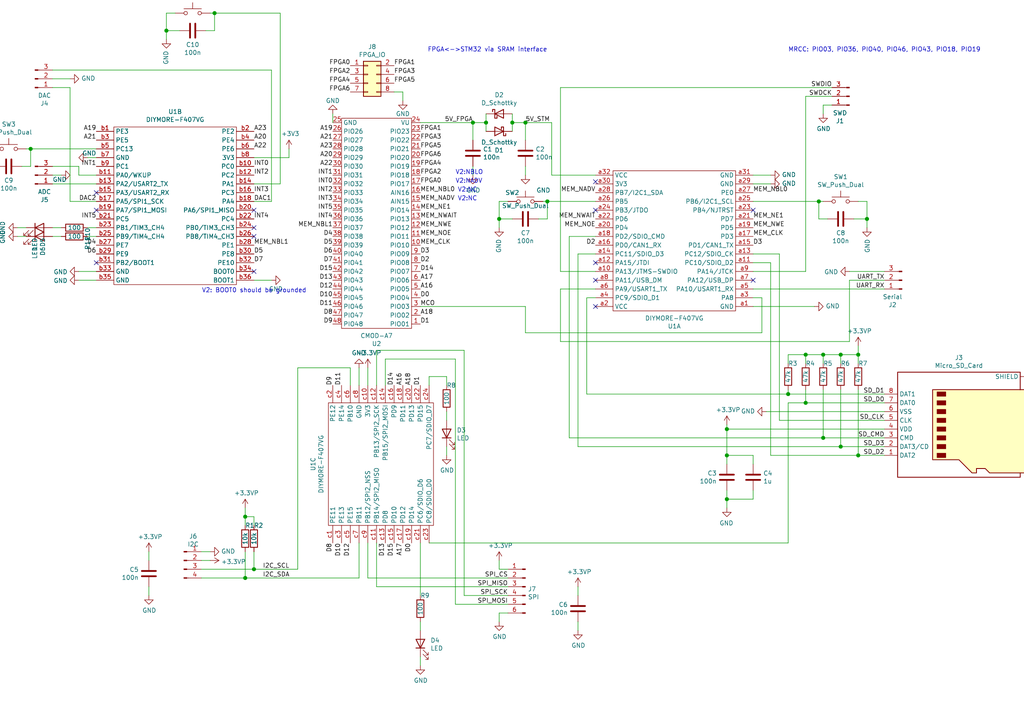
<source format=kicad_sch>
(kicad_sch (version 20200714) (host eeschema "(5.99.0-2900-g9cda3dbff)")
  (page 1 1)
  (paper "A4")
  (junction (at -5.08 48.26) (diameter 1.016))
  (junction (at 8.89 43.18) (diameter 1.016))
  (junction (at 48.26 8.89) (diameter 1.016))
  (junction (at 62.23 3.81) (diameter 1.016))
  (junction (at 71.12 149.86) (diameter 1.016))
  (junction (at 71.12 167.64) (diameter 1.016))
  (junction (at 73.66 165.1) (diameter 1.016))
  (junction (at 137.16 35.56) (diameter 1.016))
  (junction (at 140.97 35.56) (diameter 1.016))
  (junction (at 144.78 63.5) (diameter 1.016))
  (junction (at 148.59 35.56) (diameter 1.016))
  (junction (at 152.4 35.56) (diameter 1.016))
  (junction (at 158.75 58.42) (diameter 1.016))
  (junction (at 210.82 124.46) (diameter 1.016))
  (junction (at 210.82 132.08) (diameter 1.016))
  (junction (at 210.82 144.78) (diameter 1.016))
  (junction (at 228.6 114.3) (diameter 1.016))
  (junction (at 233.68 102.87) (diameter 1.016))
  (junction (at 233.68 116.84) (diameter 1.016))
  (junction (at 237.49 58.42) (diameter 1.016))
  (junction (at 238.76 102.87) (diameter 1.016))
  (junction (at 238.76 127) (diameter 1.016))
  (junction (at 243.84 102.87) (diameter 1.016))
  (junction (at 243.84 129.54) (diameter 1.016))
  (junction (at 248.92 102.87) (diameter 1.016))
  (junction (at 248.92 132.08) (diameter 1.016))
  (junction (at 251.46 63.5) (diameter 1.016))
  (no_connect (at 218.44 81.28))
  (no_connect (at 172.72 76.2))
  (no_connect (at 27.94 60.96))
  (no_connect (at 172.72 60.96))
  (no_connect (at 27.94 76.2))
  (no_connect (at 172.72 81.28))
  (no_connect (at 73.66 66.04))
  (no_connect (at 218.44 60.96))
  (no_connect (at 172.72 52.705))
  (no_connect (at 27.94 55.88))
  (no_connect (at 73.66 68.58))
  (no_connect (at 73.66 60.96))
  (no_connect (at 73.66 78.74))
  (no_connect (at 172.72 88.9))
  (wire (pts (xy -5.08 43.18) (xy -2.54 43.18)))
  (wire (pts (xy -5.08 48.26) (xy -5.08 43.18)))
  (wire (pts (xy -5.08 48.26) (xy -5.08 50.8)))
  (wire (pts (xy -1.27 48.26) (xy -5.08 48.26)))
  (wire (pts (xy 6.35 48.26) (xy 8.89 48.26)))
  (wire (pts (xy 7.62 66.04) (xy 5.08 66.04)))
  (wire (pts (xy 7.62 68.58) (xy 5.08 68.58)))
  (wire (pts (xy 8.89 43.18) (xy 7.62 43.18)))
  (wire (pts (xy 8.89 48.26) (xy 8.89 43.18)))
  (wire (pts (xy 15.24 20.32) (xy 78.74 20.32)))
  (wire (pts (xy 15.24 48.26) (xy 22.86 48.26)))
  (wire (pts (xy 15.24 53.34) (xy 27.94 53.34)))
  (wire (pts (xy 17.78 50.8) (xy 15.24 50.8)))
  (wire (pts (xy 17.78 66.04) (xy 15.24 66.04)))
  (wire (pts (xy 17.78 68.58) (xy 15.24 68.58)))
  (wire (pts (xy 20.32 22.86) (xy 15.24 22.86)))
  (wire (pts (xy 20.32 25.4) (xy 15.24 25.4)))
  (wire (pts (xy 20.32 58.42) (xy 20.32 25.4)))
  (wire (pts (xy 22.86 48.26) (xy 22.86 50.8)))
  (wire (pts (xy 22.86 50.8) (xy 27.94 50.8)))
  (wire (pts (xy 22.86 78.74) (xy 27.94 78.74)))
  (wire (pts (xy 22.86 81.28) (xy 27.94 81.28)))
  (wire (pts (xy 25.4 45.72) (xy 27.94 45.72)))
  (wire (pts (xy 25.4 66.04) (xy 27.94 66.04)))
  (wire (pts (xy 25.4 68.58) (xy 27.94 68.58)))
  (wire (pts (xy 27.94 43.18) (xy 8.89 43.18)))
  (wire (pts (xy 27.94 58.42) (xy 20.32 58.42)))
  (wire (pts (xy 43.18 160.02) (xy 43.18 162.56)))
  (wire (pts (xy 43.18 170.18) (xy 43.18 172.72)))
  (wire (pts (xy 48.26 3.81) (xy 50.8 3.81)))
  (wire (pts (xy 48.26 8.89) (xy 48.26 3.81)))
  (wire (pts (xy 48.26 8.89) (xy 48.26 11.43)))
  (wire (pts (xy 52.07 8.89) (xy 48.26 8.89)))
  (wire (pts (xy 58.42 160.02) (xy 60.96 160.02)))
  (wire (pts (xy 58.42 162.56) (xy 60.96 162.56)))
  (wire (pts (xy 58.42 165.1) (xy 73.66 165.1)))
  (wire (pts (xy 58.42 167.64) (xy 71.12 167.64)))
  (wire (pts (xy 59.69 8.89) (xy 62.23 8.89)))
  (wire (pts (xy 62.23 3.81) (xy 60.96 3.81)))
  (wire (pts (xy 62.23 8.89) (xy 62.23 3.81)))
  (wire (pts (xy 71.12 147.32) (xy 71.12 149.86)))
  (wire (pts (xy 71.12 149.86) (xy 71.12 152.4)))
  (wire (pts (xy 71.12 149.86) (xy 73.66 149.86)))
  (wire (pts (xy 71.12 160.02) (xy 71.12 167.64)))
  (wire (pts (xy 71.12 167.64) (xy 104.14 167.64)))
  (wire (pts (xy 73.66 45.72) (xy 83.82 45.72)))
  (wire (pts (xy 73.66 53.34) (xy 81.28 53.34)))
  (wire (pts (xy 73.66 149.86) (xy 73.66 152.4)))
  (wire (pts (xy 73.66 160.02) (xy 73.66 165.1)))
  (wire (pts (xy 73.66 165.1) (xy 86.36 165.1)))
  (wire (pts (xy 78.74 20.32) (xy 78.74 58.42)))
  (wire (pts (xy 78.74 58.42) (xy 73.66 58.42)))
  (wire (pts (xy 78.74 81.28) (xy 73.66 81.28)))
  (wire (pts (xy 81.28 3.81) (xy 62.23 3.81)))
  (wire (pts (xy 81.28 3.81) (xy 81.28 53.34)))
  (wire (pts (xy 83.82 43.18) (xy 83.82 45.72)))
  (wire (pts (xy 86.36 106.68) (xy 101.6 106.68)))
  (wire (pts (xy 86.36 165.1) (xy 86.36 106.68)))
  (wire (pts (xy 96.52 35.56) (xy 96.52 33.02)))
  (wire (pts (xy 101.6 106.68) (xy 101.6 111.76)))
  (wire (pts (xy 104.14 106.68) (xy 104.14 111.76)))
  (wire (pts (xy 104.14 167.64) (xy 104.14 157.48)))
  (wire (pts (xy 106.68 106.68) (xy 106.68 111.76)))
  (wire (pts (xy 106.68 167.64) (xy 106.68 157.48)))
  (wire (pts (xy 109.22 101.6) (xy 109.22 111.76)))
  (wire (pts (xy 109.22 170.18) (xy 109.22 157.48)))
  (wire (pts (xy 111.76 104.14) (xy 132.08 104.14)))
  (wire (pts (xy 111.76 111.76) (xy 111.76 104.14)))
  (wire (pts (xy 116.84 26.67) (xy 114.3 26.67)))
  (wire (pts (xy 116.84 29.21) (xy 116.84 26.67)))
  (wire (pts (xy 121.92 35.56) (xy 137.16 35.56)))
  (wire (pts (xy 121.92 88.9) (xy 152.4 88.9)))
  (wire (pts (xy 121.92 157.48) (xy 121.92 172.72)))
  (wire (pts (xy 121.92 180.34) (xy 121.92 182.88)))
  (wire (pts (xy 121.92 190.5) (xy 121.92 193.04)))
  (wire (pts (xy 124.46 109.22) (xy 129.54 109.22)))
  (wire (pts (xy 124.46 111.76) (xy 124.46 109.22)))
  (wire (pts (xy 124.46 157.48) (xy 228.6 157.48)))
  (wire (pts (xy 129.54 109.22) (xy 129.54 111.76)))
  (wire (pts (xy 129.54 119.38) (xy 129.54 121.92)))
  (wire (pts (xy 129.54 129.54) (xy 129.54 132.08)))
  (wire (pts (xy 132.08 104.14) (xy 132.08 175.26)))
  (wire (pts (xy 132.08 175.26) (xy 147.32 175.26)))
  (wire (pts (xy 134.62 101.6) (xy 109.22 101.6)))
  (wire (pts (xy 134.62 172.72) (xy 134.62 101.6)))
  (wire (pts (xy 137.16 35.56) (xy 137.16 40.64)))
  (wire (pts (xy 137.16 35.56) (xy 140.97 35.56)))
  (wire (pts (xy 137.16 48.26) (xy 137.16 50.8)))
  (wire (pts (xy 140.97 35.56) (xy 140.97 33.02)))
  (wire (pts (xy 140.97 38.1) (xy 140.97 35.56)))
  (wire (pts (xy 144.78 58.42) (xy 147.32 58.42)))
  (wire (pts (xy 144.78 63.5) (xy 144.78 58.42)))
  (wire (pts (xy 144.78 63.5) (xy 144.78 66.04)))
  (wire (pts (xy 144.78 162.56) (xy 144.78 165.1)))
  (wire (pts (xy 144.78 165.1) (xy 147.32 165.1)))
  (wire (pts (xy 144.78 177.8) (xy 147.32 177.8)))
  (wire (pts (xy 144.78 180.34) (xy 144.78 177.8)))
  (wire (pts (xy 147.32 167.64) (xy 106.68 167.64)))
  (wire (pts (xy 147.32 170.18) (xy 109.22 170.18)))
  (wire (pts (xy 147.32 172.72) (xy 134.62 172.72)))
  (wire (pts (xy 148.59 33.02) (xy 148.59 35.56)))
  (wire (pts (xy 148.59 35.56) (xy 152.4 35.56)))
  (wire (pts (xy 148.59 38.1) (xy 148.59 35.56)))
  (wire (pts (xy 148.59 63.5) (xy 144.78 63.5)))
  (wire (pts (xy 152.4 35.56) (xy 152.4 40.64)))
  (wire (pts (xy 152.4 48.26) (xy 152.4 50.8)))
  (wire (pts (xy 152.4 88.9) (xy 152.4 96.52)))
  (wire (pts (xy 152.4 96.52) (xy 220.98 96.52)))
  (wire (pts (xy 156.21 63.5) (xy 158.75 63.5)))
  (wire (pts (xy 158.75 58.42) (xy 157.48 58.42)))
  (wire (pts (xy 158.75 63.5) (xy 158.75 58.42)))
  (wire (pts (xy 160.02 35.56) (xy 152.4 35.56)))
  (wire (pts (xy 160.02 50.8) (xy 160.02 35.56)))
  (wire (pts (xy 160.02 50.8) (xy 172.72 50.8)))
  (wire (pts (xy 162.56 25.4) (xy 241.3 25.4)))
  (wire (pts (xy 162.56 78.74) (xy 162.56 25.4)))
  (wire (pts (xy 162.56 99.06) (xy 162.56 83.82)))
  (wire (pts (xy 165.1 68.58) (xy 165.1 127)))
  (wire (pts (xy 165.1 127) (xy 238.76 127)))
  (wire (pts (xy 167.64 73.66) (xy 167.64 129.54)))
  (wire (pts (xy 167.64 129.54) (xy 243.84 129.54)))
  (wire (pts (xy 167.64 170.18) (xy 167.64 172.72)))
  (wire (pts (xy 167.64 180.34) (xy 167.64 182.88)))
  (wire (pts (xy 170.18 86.36) (xy 170.18 114.3)))
  (wire (pts (xy 170.18 114.3) (xy 228.6 114.3)))
  (wire (pts (xy 172.72 58.42) (xy 158.75 58.42)))
  (wire (pts (xy 172.72 68.58) (xy 165.1 68.58)))
  (wire (pts (xy 172.72 73.66) (xy 167.64 73.66)))
  (wire (pts (xy 172.72 78.74) (xy 162.56 78.74)))
  (wire (pts (xy 172.72 83.82) (xy 162.56 83.82)))
  (wire (pts (xy 172.72 86.36) (xy 170.18 86.36)))
  (wire (pts (xy 210.82 123.19) (xy 210.82 124.46)))
  (wire (pts (xy 210.82 124.46) (xy 210.82 132.08)))
  (wire (pts (xy 210.82 124.46) (xy 256.54 124.46)))
  (wire (pts (xy 210.82 132.08) (xy 210.82 134.62)))
  (wire (pts (xy 210.82 142.24) (xy 210.82 144.78)))
  (wire (pts (xy 210.82 144.78) (xy 210.82 147.32)))
  (wire (pts (xy 210.82 144.78) (xy 218.44 144.78)))
  (wire (pts (xy 218.44 58.42) (xy 237.49 58.42)))
  (wire (pts (xy 218.44 76.2) (xy 223.52 76.2)))
  (wire (pts (xy 218.44 78.74) (xy 233.68 78.74)))
  (wire (pts (xy 218.44 83.82) (xy 256.54 83.82)))
  (wire (pts (xy 218.44 132.08) (xy 210.82 132.08)))
  (wire (pts (xy 218.44 134.62) (xy 218.44 132.08)))
  (wire (pts (xy 218.44 144.78) (xy 218.44 142.24)))
  (wire (pts (xy 220.98 86.36) (xy 218.44 86.36)))
  (wire (pts (xy 220.98 96.52) (xy 220.98 86.36)))
  (wire (pts (xy 222.25 119.38) (xy 256.54 119.38)))
  (wire (pts (xy 223.52 50.8) (xy 218.44 50.8)))
  (wire (pts (xy 223.52 53.34) (xy 218.44 53.34)))
  (wire (pts (xy 223.52 76.2) (xy 223.52 132.08)))
  (wire (pts (xy 223.52 132.08) (xy 248.92 132.08)))
  (wire (pts (xy 226.06 73.66) (xy 218.44 73.66)))
  (wire (pts (xy 226.06 121.92) (xy 226.06 73.66)))
  (wire (pts (xy 226.06 121.92) (xy 256.54 121.92)))
  (wire (pts (xy 228.6 102.87) (xy 233.68 102.87)))
  (wire (pts (xy 228.6 105.41) (xy 228.6 102.87)))
  (wire (pts (xy 228.6 113.03) (xy 228.6 114.3)))
  (wire (pts (xy 228.6 114.3) (xy 256.54 114.3)))
  (wire (pts (xy 228.6 116.84) (xy 233.68 116.84)))
  (wire (pts (xy 228.6 157.48) (xy 228.6 116.84)))
  (wire (pts (xy 233.68 27.94) (xy 241.3 27.94)))
  (wire (pts (xy 233.68 78.74) (xy 233.68 27.94)))
  (wire (pts (xy 233.68 102.87) (xy 233.68 105.41)))
  (wire (pts (xy 233.68 102.87) (xy 238.76 102.87)))
  (wire (pts (xy 233.68 113.03) (xy 233.68 116.84)))
  (wire (pts (xy 233.68 116.84) (xy 256.54 116.84)))
  (wire (pts (xy 236.22 88.9) (xy 218.44 88.9)))
  (wire (pts (xy 237.49 58.42) (xy 238.76 58.42)))
  (wire (pts (xy 237.49 63.5) (xy 237.49 58.42)))
  (wire (pts (xy 238.76 30.48) (xy 241.3 30.48)))
  (wire (pts (xy 238.76 33.02) (xy 238.76 30.48)))
  (wire (pts (xy 238.76 102.87) (xy 238.76 105.41)))
  (wire (pts (xy 238.76 102.87) (xy 243.84 102.87)))
  (wire (pts (xy 238.76 113.03) (xy 238.76 127)))
  (wire (pts (xy 238.76 127) (xy 256.54 127)))
  (wire (pts (xy 240.03 63.5) (xy 237.49 63.5)))
  (wire (pts (xy 243.84 102.87) (xy 243.84 105.41)))
  (wire (pts (xy 243.84 102.87) (xy 248.92 102.87)))
  (wire (pts (xy 243.84 113.03) (xy 243.84 129.54)))
  (wire (pts (xy 243.84 129.54) (xy 256.54 129.54)))
  (wire (pts (xy 246.38 78.74) (xy 256.54 78.74)))
  (wire (pts (xy 246.38 81.28) (xy 246.38 99.06)))
  (wire (pts (xy 246.38 99.06) (xy 162.56 99.06)))
  (wire (pts (xy 247.65 63.5) (xy 251.46 63.5)))
  (wire (pts (xy 248.92 100.33) (xy 248.92 102.87)))
  (wire (pts (xy 248.92 102.87) (xy 248.92 105.41)))
  (wire (pts (xy 248.92 113.03) (xy 248.92 132.08)))
  (wire (pts (xy 248.92 132.08) (xy 256.54 132.08)))
  (wire (pts (xy 251.46 58.42) (xy 248.92 58.42)))
  (wire (pts (xy 251.46 63.5) (xy 251.46 58.42)))
  (wire (pts (xy 251.46 63.5) (xy 251.46 66.04)))
  (wire (pts (xy 256.54 81.28) (xy 246.38 81.28)))
  (wire (pts (xy 299.72 109.22) (xy 302.26 109.22)))
  (text "V2: BOOT0 should be grounded" (at 88.9 85.09 180) (effects (font (size 1.27 1.27)) (justify right bottom)))
  (text "V2:NBLO" (at 132.08 50.8 0) (effects (font (size 1.27 1.27)) (justify left bottom)))
  (text "V2:NADV" (at 132.08 53.34 0) (effects (font (size 1.27 1.27)) (justify left bottom)))
  (text "V2:NC" (at 138.43 55.88 180) (effects (font (size 1.27 1.27)) (justify right bottom)))
  (text "V2:NC" (at 138.43 58.42 180) (effects (font (size 1.27 1.27)) (justify right bottom)))
  (text "FPGA<->STM32 via SRAM interface" (at 158.75 15.24 180) (effects (font (size 1.27 1.27)) (justify right bottom)))
  (text "MRCC: PIO03, PIO36, PIO40, PIO46, PIO43, PIO18, PIO19" (at 228.6 15.24 0) (effects (font (size 1.27 1.27)) (justify left bottom)))
  (label "A19" (at 27.94 38.1 180))
  (label "A21" (at 27.94 40.64 180))
  (label "INT1" (at 27.94 48.26 180))
  (label "DAC2" (at 27.94 58.42 180))
  (label "INT5" (at 27.94 63.5 180))
  (label "D4" (at 27.94 71.12 180))
  (label "D6" (at 27.94 73.66 180))
  (label "A23" (at 73.66 38.1 0))
  (label "A20" (at 73.66 40.64 0))
  (label "A22" (at 73.66 43.18 0))
  (label "INT0" (at 73.66 48.26 0))
  (label "INT2" (at 73.66 50.8 0))
  (label "INT3" (at 73.66 55.88 0))
  (label "DAC1" (at 73.66 58.42 0))
  (label "INT4" (at 73.66 63.5 0))
  (label "MEM_NBL1" (at 73.66 71.12 0))
  (label "D5" (at 73.66 73.66 0))
  (label "D7" (at 73.66 76.2 0))
  (label "I2C_SCL" (at 76.2 165.1 0))
  (label "I2C_SDA" (at 76.2 167.64 0))
  (label "A19" (at 96.52 38.1 180))
  (label "A21" (at 96.52 40.64 180))
  (label "A23" (at 96.52 43.18 180))
  (label "A20" (at 96.52 45.72 180))
  (label "A22" (at 96.52 48.26 180))
  (label "INT1" (at 96.52 50.8 180))
  (label "INT0" (at 96.52 53.34 180))
  (label "INT2" (at 96.52 55.88 180))
  (label "INT3" (at 96.52 58.42 180))
  (label "INT5" (at 96.52 60.96 180))
  (label "INT4" (at 96.52 63.5 180))
  (label "MEM_NBL1" (at 96.52 66.04 180))
  (label "D4" (at 96.52 68.58 180))
  (label "D5" (at 96.52 71.12 180))
  (label "D6" (at 96.52 73.66 180))
  (label "D7" (at 96.52 76.2 180))
  (label "D15" (at 96.52 78.74 180))
  (label "D13" (at 96.52 81.28 180))
  (label "D12" (at 96.52 83.82 180))
  (label "D10" (at 96.52 86.36 180))
  (label "D11" (at 96.52 88.9 180))
  (label "D8" (at 96.52 91.44 180))
  (label "D9" (at 96.52 93.98 180))
  (label "D9" (at 96.52 111.76 90))
  (label "D8" (at 96.52 157.48 270))
  (label "D11" (at 99.06 111.76 90))
  (label "D10" (at 99.06 157.48 270))
  (label "FPGA0" (at 101.6 19.05 180))
  (label "FPGA2" (at 101.6 21.59 180))
  (label "FPGA4" (at 101.6 24.13 180))
  (label "FPGA6" (at 101.6 26.67 180))
  (label "D12" (at 101.6 157.48 270))
  (label "D13" (at 111.76 157.48 270))
  (label "FPGA1" (at 114.3 19.05 0))
  (label "FPGA3" (at 114.3 21.59 0))
  (label "FPGA5" (at 114.3 24.13 0))
  (label "D14" (at 114.3 111.76 90))
  (label "D15" (at 114.3 157.48 270))
  (label "A16" (at 116.84 111.76 90))
  (label "A17" (at 116.84 157.48 270))
  (label "A18" (at 119.38 111.76 90))
  (label "D0" (at 119.38 157.48 270))
  (label "FPGA1" (at 121.92 38.1 0))
  (label "FPGA3" (at 121.92 40.64 0))
  (label "FPGA5" (at 121.92 43.18 0))
  (label "FPGA6" (at 121.92 45.72 0))
  (label "FPGA4" (at 121.92 48.26 0))
  (label "FPGA2" (at 121.92 50.8 0))
  (label "FPGA0" (at 121.92 53.34 0))
  (label "MEM_NBL0" (at 121.92 55.88 0))
  (label "MEM_NADV" (at 121.92 58.42 0))
  (label "MEM_NE1" (at 121.92 60.96 0))
  (label "MEM_NWAIT" (at 121.92 63.5 0))
  (label "MEM_NWE" (at 121.92 66.04 0))
  (label "MEM_NOE" (at 121.92 68.58 0))
  (label "MEM_CLK" (at 121.92 71.12 0))
  (label "D3" (at 121.92 73.66 0))
  (label "D2" (at 121.92 76.2 0))
  (label "D14" (at 121.92 78.74 0))
  (label "A17" (at 121.92 81.28 0))
  (label "A16" (at 121.92 83.82 0))
  (label "D0" (at 121.92 86.36 0))
  (label "MCO" (at 121.92 88.9 0))
  (label "A18" (at 121.92 91.44 0))
  (label "D1" (at 121.92 93.98 0))
  (label "D1" (at 121.92 111.76 90))
  (label "5V_FPGA" (at 137.16 35.56 180))
  (label "SPI_CS" (at 147.32 167.64 180))
  (label "SPI_MISO" (at 147.32 170.18 180))
  (label "SPI_SCK" (at 147.32 172.72 180))
  (label "SPI_MOSI" (at 147.32 175.26 180))
  (label "5V_STM" (at 152.4 35.56 0))
  (label "MEM_NADV" (at 172.72 55.88 180))
  (label "MEM_NWAIT" (at 172.72 63.5 180))
  (label "MEM_NOE" (at 172.72 66.04 180))
  (label "D2" (at 172.72 71.12 180))
  (label "MEM_NBL0" (at 218.44 55.88 0))
  (label "MEM_NE1" (at 218.44 63.5 0))
  (label "MEM_NWE" (at 218.44 66.04 0))
  (label "MEM_CLK" (at 218.44 68.58 0))
  (label "D3" (at 218.44 71.12 0))
  (label "SWDIO" (at 241.3 25.4 180))
  (label "SWDCK" (at 241.3 27.94 180))
  (label "UART_TX" (at 256.54 81.28 180))
  (label "UART_RX" (at 256.54 83.82 180))
  (label "SD_D1" (at 256.54 114.3 180))
  (label "SD_D0" (at 256.54 116.84 180))
  (label "SD_CLK" (at 256.54 121.92 180))
  (label "SD_CMD" (at 256.54 127 180))
  (label "SD_D3" (at 256.54 129.54 180))
  (label "SD_D2" (at 256.54 132.08 180))
  (symbol (lib_id "power:+3.3VP") (at 43.18 160.02 0) (unit 1)
    (property "Reference" "#PWR0121" (effects hide))
    (property "Value" "+3.3VP" (at 43.5483 155.6956 0))
  )
  (symbol (lib_id "power:+3.3VP") (at 60.96 162.56 270) (unit 1)
    (property "Reference" "#PWR05" (effects hide))
    (property "Value" "+3.3VP" (at 64.1351 162.9283 90) (effects (justify left)))
  )
  (symbol (lib_id "power:+3.3VP") (at 71.12 147.32 0) (unit 1)
    (property "Reference" "#PWR06" (effects hide))
    (property "Value" "+3.3VP" (at 71.4883 142.9956 0))
  )
  (symbol (lib_id "power:+3V3") (at 83.82 43.18 0) (unit 1)
    (property "Reference" "#PWR0111" (effects hide))
    (property "Value" "+3V3" (at 84.201 38.7858 0))
  )
  (symbol (lib_id "power:+3.3VP") (at 106.68 106.68 0) (unit 1)
    (property "Reference" "#PWR07" (effects hide))
    (property "Value" "+3.3VP" (at 107.0483 102.3556 0))
  )
  (symbol (lib_id "power:+3.3VP") (at 144.78 162.56 0) (unit 1)
    (property "Reference" "#PWR08" (effects hide))
    (property "Value" "+3.3VP" (at 145.1483 158.2356 0))
  )
  (symbol (lib_id "power:+3.3VP") (at 167.64 170.18 0) (unit 1)
    (property "Reference" "#PWR0123" (effects hide))
    (property "Value" "+3.3VP" (at 168.0083 165.8556 0))
  )
  (symbol (lib_id "power:+3.3VP") (at 210.82 123.19 0) (unit 1)
    (property "Reference" "#PWR0119" (effects hide))
    (property "Value" "+3.3VP" (at 211.1883 118.8656 0))
  )
  (symbol (lib_id "power:+3.3VP") (at 248.92 100.33 0) (unit 1)
    (property "Reference" "#PWR0120" (effects hide))
    (property "Value" "+3.3VP" (at 249.2883 96.0056 0))
  )
  (symbol (lib_id "power:GND") (at -5.08 50.8 0) (mirror y) (unit 1)
    (property "Reference" "#PWR02" (effects hide))
    (property "Value" "GND" (at -5.207 54.0512 90) (effects (justify right)))
  )
  (symbol (lib_id "power:GND") (at 5.08 66.04 270) (unit 1)
    (property "Reference" "#PWR010" (effects hide))
    (property "Value" "GND" (at 0.7556 66.1543 0))
  )
  (symbol (lib_id "power:GND") (at 5.08 68.58 270) (unit 1)
    (property "Reference" "#PWR012" (effects hide))
    (property "Value" "GND" (at 0.7556 68.6943 0))
  )
  (symbol (lib_id "power:GND") (at 17.78 50.8 90) (unit 1)
    (property "Reference" "#PWR01" (effects hide))
    (property "Value" "GND" (at 15.24 52.07 90) (effects (justify right)))
  )
  (symbol (lib_id "power:GND") (at 20.32 22.86 90) (unit 1)
    (property "Reference" "#PWR0112" (effects hide))
    (property "Value" "GND" (at 23.5712 22.733 90) (effects (justify right)))
  )
  (symbol (lib_id "power:GND") (at 22.86 78.74 270) (unit 1)
    (property "Reference" "#PWR0105" (effects hide))
    (property "Value" "GND" (at 19.6088 78.867 90) (effects (justify right)))
  )
  (symbol (lib_id "power:GND") (at 22.86 81.28 270) (unit 1)
    (property "Reference" "#PWR0104" (effects hide))
    (property "Value" "GND" (at 19.6088 81.407 90) (effects (justify right)))
  )
  (symbol (lib_id "power:GND") (at 25.4 45.72 270) (unit 1)
    (property "Reference" "#PWR0107" (effects hide))
    (property "Value" "GND" (at 27.94 44.45 90) (effects (justify right)))
  )
  (symbol (lib_id "power:GND") (at 43.18 172.72 0) (unit 1)
    (property "Reference" "#PWR03" (effects hide))
    (property "Value" "GND" (at 43.2943 177.0444 0))
  )
  (symbol (lib_id "power:GND") (at 48.26 11.43 0) (mirror y) (unit 1)
    (property "Reference" "#PWR013" (effects hide))
    (property "Value" "GND" (at 48.133 14.6812 90) (effects (justify right)))
  )
  (symbol (lib_id "power:GND") (at 60.96 160.02 90) (unit 1)
    (property "Reference" "#PWR04" (effects hide))
    (property "Value" "GND" (at 64.1351 159.9057 90) (effects (justify right)))
  )
  (symbol (lib_id "power:GND") (at 78.74 81.28 90) (unit 1)
    (property "Reference" "#PWR0106" (effects hide))
    (property "Value" "GND" (at 80.01 83.82 90))
  )
  (symbol (lib_id "power:GND") (at 96.52 33.02 180) (unit 1)
    (property "Reference" "#PWR0115" (effects hide))
    (property "Value" "GND" (at 96.52 29.21 0))
  )
  (symbol (lib_id "power:GND") (at 104.14 106.68 180) (unit 1)
    (property "Reference" "#PWR0116" (effects hide))
    (property "Value" "GND" (at 104.0257 102.3556 0))
  )
  (symbol (lib_id "power:GND") (at 116.84 29.21 0) (unit 1)
    (property "Reference" "#PWR011" (effects hide))
    (property "Value" "GND" (at 116.84 33.02 0))
  )
  (symbol (lib_id "power:GND") (at 121.92 193.04 0) (unit 1)
    (property "Reference" "#PWR0126" (effects hide))
    (property "Value" "GND" (at 122.0343 197.3644 0))
  )
  (symbol (lib_id "power:GND") (at 129.54 132.08 0) (unit 1)
    (property "Reference" "#PWR0127" (effects hide))
    (property "Value" "GND" (at 129.6543 136.4044 0))
  )
  (symbol (lib_id "power:GND") (at 137.16 50.8 0) (unit 1)
    (property "Reference" "#PWR0113" (effects hide))
    (property "Value" "GND" (at 137.287 55.1942 0))
  )
  (symbol (lib_id "power:GND") (at 144.78 66.04 0) (mirror y) (unit 1)
    (property "Reference" "#PWR0124" (effects hide))
    (property "Value" "GND" (at 144.653 69.2912 90) (effects (justify right)))
  )
  (symbol (lib_id "power:GND") (at 144.78 180.34 0) (unit 1)
    (property "Reference" "#PWR09" (effects hide))
    (property "Value" "GND" (at 144.8943 184.6644 0))
  )
  (symbol (lib_id "power:GND") (at 152.4 50.8 0) (unit 1)
    (property "Reference" "#PWR0114" (effects hide))
    (property "Value" "GND" (at 157.607 55.1942 0))
  )
  (symbol (lib_id "power:GND") (at 167.64 182.88 0) (unit 1)
    (property "Reference" "#PWR0122" (effects hide))
    (property "Value" "GND" (at 167.7543 187.2044 0))
  )
  (symbol (lib_id "power:GND") (at 210.82 147.32 0) (mirror y) (unit 1)
    (property "Reference" "#PWR0117" (effects hide))
    (property "Value" "GND" (at 210.693 151.7142 0))
  )
  (symbol (lib_id "power:GND") (at 222.25 119.38 270) (mirror x) (unit 1)
    (property "Reference" "#PWR0118" (effects hide))
    (property "Value" "GND" (at 218.9988 119.253 90) (effects (justify right)))
  )
  (symbol (lib_id "power:GND") (at 223.52 50.8 90) (unit 1)
    (property "Reference" "#PWR0103" (effects hide))
    (property "Value" "GND" (at 226.7712 50.673 90) (effects (justify right)))
  )
  (symbol (lib_id "power:GND") (at 223.52 53.34 90) (unit 1)
    (property "Reference" "#PWR0102" (effects hide))
    (property "Value" "GND" (at 226.7712 53.213 90) (effects (justify right)))
  )
  (symbol (lib_id "power:GND") (at 236.22 88.9 90) (unit 1)
    (property "Reference" "#PWR0101" (effects hide))
    (property "Value" "GND" (at 239.4712 88.773 90) (effects (justify right)))
  )
  (symbol (lib_id "power:GND") (at 238.76 33.02 0) (unit 1)
    (property "Reference" "#PWR0109" (effects hide))
    (property "Value" "GND" (at 238.8743 37.3444 0))
  )
  (symbol (lib_id "power:GND") (at 246.38 78.74 270) (unit 1)
    (property "Reference" "#PWR0108" (effects hide))
    (property "Value" "GND" (at 243.1288 78.867 90) (effects (justify right)))
  )
  (symbol (lib_id "power:GND") (at 251.46 66.04 0) (unit 1)
    (property "Reference" "#PWR0125" (effects hide))
    (property "Value" "GND" (at 251.587 69.2912 90) (effects (justify right)))
  )
  (symbol (lib_id "power:GND") (at 302.26 109.22 90) (mirror x) (unit 1)
    (property "Reference" "#PWR0110" (effects hide))
    (property "Value" "GND" (at 306.6542 109.347 0))
  )
  (symbol (lib_id "Device:R") (at 21.59 66.04 270) (unit 1)
    (property "Reference" "R10" (at 25.4 66.04 0) (effects (justify left)))
    (property "Value" "100" (at 21.59 66.04 90))
    (property "Footprint" "Resistor_SMD:R_0603_1608Metric" (effects hide))
  )
  (symbol (lib_id "Device:R") (at 21.59 68.58 270) (unit 1)
    (property "Reference" "R11" (at 25.4 68.58 0) (effects (justify left)))
    (property "Value" "100" (at 21.59 68.58 90))
    (property "Footprint" "Resistor_SMD:R_0603_1608Metric" (effects hide))
  )
  (symbol (lib_id "Device:R") (at 71.12 156.21 0) (unit 1)
    (property "Reference" "R1" (at 71.12 152.4 0) (effects (justify left)))
    (property "Value" "10k" (at 71.12 156.21 90))
    (property "Footprint" "Resistor_SMD:R_0603_1608Metric" (effects hide))
  )
  (symbol (lib_id "Device:R") (at 73.66 156.21 0) (unit 1)
    (property "Reference" "R2" (at 73.66 152.4 0) (effects (justify left)))
    (property "Value" "10k" (at 73.66 156.21 90))
    (property "Footprint" "Resistor_SMD:R_0603_1608Metric" (effects hide))
  )
  (symbol (lib_id "Device:R") (at 121.92 176.53 0) (unit 1)
    (property "Reference" "R9" (at 121.92 172.72 0) (effects (justify left)))
    (property "Value" "100" (at 121.92 176.53 90))
    (property "Footprint" "Resistor_SMD:R_0603_1608Metric" (effects hide))
  )
  (symbol (lib_id "Device:R") (at 129.54 115.57 0) (unit 1)
    (property "Reference" "R8" (at 129.54 111.76 0) (effects (justify left)))
    (property "Value" "100" (at 129.54 115.57 90))
    (property "Footprint" "Resistor_SMD:R_0603_1608Metric" (effects hide))
  )
  (symbol (lib_id "Device:R") (at 228.6 109.22 0) (unit 1)
    (property "Reference" "R3" (at 228.6 105.41 0) (effects (justify left)))
    (property "Value" "47k" (at 228.6 109.22 90))
    (property "Footprint" "Resistor_SMD:R_0603_1608Metric" (effects hide))
  )
  (symbol (lib_id "Device:R") (at 233.68 109.22 0) (unit 1)
    (property "Reference" "R4" (at 233.68 105.41 0) (effects (justify left)))
    (property "Value" "47k" (at 233.68 109.22 90))
    (property "Footprint" "Resistor_SMD:R_0603_1608Metric" (effects hide))
  )
  (symbol (lib_id "Device:R") (at 238.76 109.22 0) (unit 1)
    (property "Reference" "R5" (at 238.76 105.41 0) (effects (justify left)))
    (property "Value" "47k" (at 238.76 109.22 90))
    (property "Footprint" "Resistor_SMD:R_0603_1608Metric" (effects hide))
  )
  (symbol (lib_id "Device:R") (at 243.84 109.22 0) (unit 1)
    (property "Reference" "R6" (at 243.84 105.41 0) (effects (justify left)))
    (property "Value" "47k" (at 243.84 109.22 90))
    (property "Footprint" "Resistor_SMD:R_0603_1608Metric" (effects hide))
  )
  (symbol (lib_id "Device:R") (at 248.92 109.22 0) (unit 1)
    (property "Reference" "R7" (at 248.92 105.41 0) (effects (justify left)))
    (property "Value" "47k" (at 248.92 109.22 90))
    (property "Footprint" "Resistor_SMD:R_0603_1608Metric" (effects hide))
  )
  (symbol (lib_id "Device:D_Schottky") (at 144.78 33.02 0) (unit 1)
    (property "Reference" "D2" (at 144.78 27.5336 0))
    (property "Value" "D_Schottky" (at 144.78 29.845 0))
    (property "Footprint" "Diode_SMD:D_1206_3216Metric" (effects hide))
  )
  (symbol (lib_id "Device:D_Schottky") (at 144.78 38.1 180) (unit 1)
    (property "Reference" "D1" (at 144.78 43.5864 0))
    (property "Value" "D_Schottky" (at 144.78 41.275 0))
    (property "Footprint" "Diode_SMD:D_1206_3216Metric" (effects hide))
  )
  (symbol (lib_id "Device:LED") (at 11.43 66.04 0) (unit 1)
    (property "Reference" "D5" (at 12.3889 68.9611 90) (effects (justify right)))
    (property "Value" "LED" (at 10.0902 68.9611 90) (effects (justify right)))
    (property "Footprint" "LED_SMD:LED_0805_2012Metric" (effects hide))
  )
  (symbol (lib_id "Device:LED") (at 11.43 68.58 0) (unit 1)
    (property "Reference" "D6" (at 12.3889 71.5011 90) (effects (justify right)))
    (property "Value" "LED" (at 10.0902 71.5011 90) (effects (justify right)))
    (property "Footprint" "LED_SMD:LED_0805_2012Metric" (effects hide))
  )
  (symbol (lib_id "Device:LED") (at 121.92 186.69 90) (unit 1)
    (property "Reference" "D4" (at 124.8411 185.7311 90) (effects (justify right)))
    (property "Value" "LED" (at 124.8411 188.0298 90) (effects (justify right)))
    (property "Footprint" "LED_SMD:LED_0805_2012Metric" (effects hide))
  )
  (symbol (lib_id "Device:LED") (at 129.54 125.73 90) (unit 1)
    (property "Reference" "D3" (at 132.4611 124.7711 90) (effects (justify right)))
    (property "Value" "LED" (at 132.4611 127.0698 90) (effects (justify right)))
    (property "Footprint" "LED_SMD:LED_0805_2012Metric" (effects hide))
  )
  (symbol (lib_id "Device:C") (at 2.54 48.26 270) (mirror x) (unit 1)
    (property "Reference" "C9" (at 2.54 52.3304 90))
    (property "Value" "100n" (at 2.54 54.6291 90))
    (property "Footprint" "Capacitor_SMD:C_0603_1608Metric" (effects hide))
  )
  (symbol (lib_id "Device:C") (at 43.18 166.37 0) (mirror y) (unit 1)
    (property "Reference" "C5" (at 40.259 165.2016 0) (effects (justify left)))
    (property "Value" "100n" (at 40.259 167.513 0) (effects (justify left)))
    (property "Footprint" "Capacitor_SMD:C_0603_1608Metric" (effects hide))
  )
  (symbol (lib_id "Device:C") (at 55.88 8.89 270) (mirror x) (unit 1)
    (property "Reference" "C10" (at 55.88 12.9604 90))
    (property "Value" "100n" (at 55.88 15.2591 90))
    (property "Footprint" "Capacitor_SMD:C_0603_1608Metric" (effects hide))
  )
  (symbol (lib_id "Device:C") (at 137.16 44.45 0) (unit 1)
    (property "Reference" "C1" (at 140.081 43.2816 0) (effects (justify left)))
    (property "Value" "100n" (at 140.081 45.593 0) (effects (justify left)))
    (property "Footprint" "Capacitor_SMD:C_0805_2012Metric" (effects hide))
  )
  (symbol (lib_id "Device:C") (at 152.4 44.45 0) (unit 1)
    (property "Reference" "C2" (at 155.321 43.2816 0) (effects (justify left)))
    (property "Value" "100n" (at 155.321 45.593 0) (effects (justify left)))
    (property "Footprint" "Capacitor_SMD:C_0805_2012Metric" (effects hide))
  )
  (symbol (lib_id "Device:C") (at 152.4 63.5 270) (mirror x) (unit 1)
    (property "Reference" "C7" (at 152.4 67.5704 90))
    (property "Value" "100n" (at 152.4 69.8691 90))
    (property "Footprint" "Capacitor_SMD:C_0603_1608Metric" (effects hide))
  )
  (symbol (lib_id "Device:C") (at 167.64 176.53 0) (mirror y) (unit 1)
    (property "Reference" "C6" (at 164.719 175.3616 0) (effects (justify left)))
    (property "Value" "100n" (at 164.719 177.673 0) (effects (justify left)))
    (property "Footprint" "Capacitor_SMD:C_0603_1608Metric" (effects hide))
  )
  (symbol (lib_id "Device:C") (at 210.82 138.43 0) (mirror y) (unit 1)
    (property "Reference" "C3" (at 207.899 137.2616 0) (effects (justify left)))
    (property "Value" "100n" (at 207.899 139.573 0) (effects (justify left)))
    (property "Footprint" "Capacitor_SMD:C_0603_1608Metric" (effects hide))
  )
  (symbol (lib_id "Device:C") (at 218.44 138.43 0) (mirror y) (unit 1)
    (property "Reference" "C4" (at 221.3611 137.2806 0) (effects (justify right)))
    (property "Value" "1u" (at 221.3611 139.5793 0) (effects (justify right)))
    (property "Footprint" "Capacitor_SMD:C_0805_2012Metric" (effects hide))
  )
  (symbol (lib_id "Device:C") (at 243.84 63.5 90) (unit 1)
    (property "Reference" "C8" (at 243.84 67.5704 90))
    (property "Value" "100n" (at 243.84 69.8691 90))
    (property "Footprint" "Capacitor_SMD:C_0603_1608Metric" (effects hide))
  )
  (symbol (lib_id "Connector:Conn_01x03_Male") (at 10.16 22.86 0) (mirror x) (unit 1)
    (property "Reference" "J4" (at 12.9032 29.9974 0))
    (property "Value" "DAC" (at 12.9032 27.686 0))
    (property "Footprint" "Connector_PinHeader_2.54mm:PinHeader_1x03_P2.54mm_Vertical" (effects hide))
  )
  (symbol (lib_id "Connector:Conn_01x03_Male") (at 10.16 50.8 0) (mirror x) (unit 1)
    (property "Reference" "J5" (at 12.9032 57.9374 0))
    (property "Value" "ADC" (at 12.9032 55.626 0))
    (property "Footprint" "Connector_PinHeader_2.54mm:PinHeader_1x03_P2.54mm_Vertical" (effects hide))
  )
  (symbol (lib_id "Connector:Conn_01x03_Male") (at 246.38 27.94 180) (unit 1)
    (property "Reference" "J1" (at 243.6368 35.0774 0))
    (property "Value" "SWD" (at 243.6368 32.766 0))
    (property "Footprint" "Connector_PinHeader_2.54mm:PinHeader_1x03_P2.54mm_Vertical" (effects hide))
  )
  (symbol (lib_id "Connector:Conn_01x03_Male") (at 261.62 81.28 180) (unit 1)
    (property "Reference" "J2" (at 258.8768 88.4174 0))
    (property "Value" "Serial" (at 258.8768 86.106 0))
    (property "Footprint" "Connector_PinHeader_2.54mm:PinHeader_1x03_P2.54mm_Vertical" (effects hide))
  )
  (symbol (lib_id "Switch:SW_Push") (at 2.54 43.18 0) (mirror y) (unit 1)
    (property "Reference" "SW3" (at 2.54 36.0488 0))
    (property "Value" "SW_Push_Dual" (at 2.54 38.3475 0))
    (property "Footprint" "Button_Switch_SMD:SW_SPST_B3S-1000" (effects hide))
  )
  (symbol (lib_id "Switch:SW_Push") (at 55.88 3.81 0) (mirror y) (unit 1)
    (property "Reference" "SW4" (at 55.88 -3.3212 0))
    (property "Value" "SW_Push_Dual" (at 55.88 -1.0225 0))
    (property "Footprint" "Button_Switch_SMD:SW_SPST_B3S-1000" (effects hide))
  )
  (symbol (lib_id "Switch:SW_Push") (at 152.4 58.42 0) (mirror y) (unit 1)
    (property "Reference" "SW2" (at 148.59 55.88 0))
    (property "Value" "SW_Push_Dual" (at 152.4 59.69 0))
    (property "Footprint" "Button_Switch_SMD:SW_SPST_B3S-1000" (effects hide))
  )
  (symbol (lib_id "Switch:SW_Push") (at 243.84 58.42 0) (unit 1)
    (property "Reference" "SW1" (at 243.84 51.2888 0))
    (property "Value" "SW_Push_Dual" (at 243.84 53.5875 0))
    (property "Footprint" "Button_Switch_SMD:SW_SPST_B3S-1000" (effects hide))
  )
  (symbol (lib_id "Connector:Conn_01x04_Male") (at 53.34 162.56 0) (unit 1)
    (property "Reference" "J6" (at 56.0324 155.5558 0))
    (property "Value" "I2C" (at 56.0324 157.8545 0))
    (property "Footprint" "Connector_PinHeader_2.54mm:PinHeader_1x04_P2.54mm_Vertical" (effects hide))
  )
  (symbol (lib_id "Connector:Conn_01x06_Male") (at 152.4 170.18 0) (mirror y) (unit 1)
    (property "Reference" "J7" (at 153.1113 170.8594 0) (effects (justify right)))
    (property "Value" "SPI" (at 153.1113 173.1581 0) (effects (justify right)))
    (property "Footprint" "Connector_PinHeader_2.54mm:PinHeader_1x06_P2.54mm_Vertical" (effects hide))
  )
  (symbol (lib_id "Connector_Generic:Conn_02x04_Odd_Even") (at 106.68 21.59 0) (unit 1)
    (property "Reference" "J8" (at 107.95 13.5698 0))
    (property "Value" "FPGA_IO" (at 107.95 15.8685 0))
    (property "Footprint" "Connector_PinHeader_2.54mm:PinHeader_2x04_P2.54mm_Horizontal" (effects hide))
  )
  (symbol (lib_id "Connector:Micro_SD_Card") (at 279.4 124.46 0) (mirror x) (unit 1)
    (property "Reference" "J3" (at 278.13 103.7398 0))
    (property "Value" "Micro_SD_Card" (at 278.13 106.0385 0))
    (property "Footprint" "Connector_Card:microSD_HC_Wuerth_693072010801" (effects hide))
    (property "Datasheet" "http://katalog.we-online.de/em/datasheet/693072010801.pdf" (effects hide))
  )
  (symbol (lib_id "Boards:DIYMORE-F407VG") (at 114.3 134.62 90) (unit 3)
    (property "Reference" "U1" (at 90.805 134.62 0))
    (property "Value" "DIYMORE-F407VG" (at 93.1164 134.62 0))
    (property "Footprint" "Boards:DIYMORE-407VG-PINTOP" (effects hide))
  )
  (symbol (lib_id "Boards:CMOD-A7") (at 109.22 66.04 180) (unit 1)
    (property "Reference" "U2" (at 109.22 99.695 0))
    (property "Value" "CMOD-A7" (at 109.22 97.3836 0))
    (property "Footprint" "Boards:CMOD-A7" (effects hide))
  )
  (symbol (lib_name "Boards:DIYMORE-F407VG_1") (lib_id "Boards:DIYMORE-F407VG") (at 195.58 71.12 180) (unit 1)
    (property "Reference" "U1" (at 195.58 94.615 0))
    (property "Value" "DIYMORE-F407VG" (at 195.58 92.3036 0))
    (property "Footprint" "Boards:DIYMORE-407VG-PINTOP" (effects hide))
  )
  (symbol (lib_id "Boards:DIYMORE-F407VG") (at 50.8 55.88 0) (unit 2)
    (property "Reference" "U1" (at 50.8 32.385 0))
    (property "Value" "DIYMORE-F407VG" (at 50.8 34.6964 0))
    (property "Footprint" "Boards:DIYMORE-407VG-PINTOP" (effects hide))
  )
)
</source>
